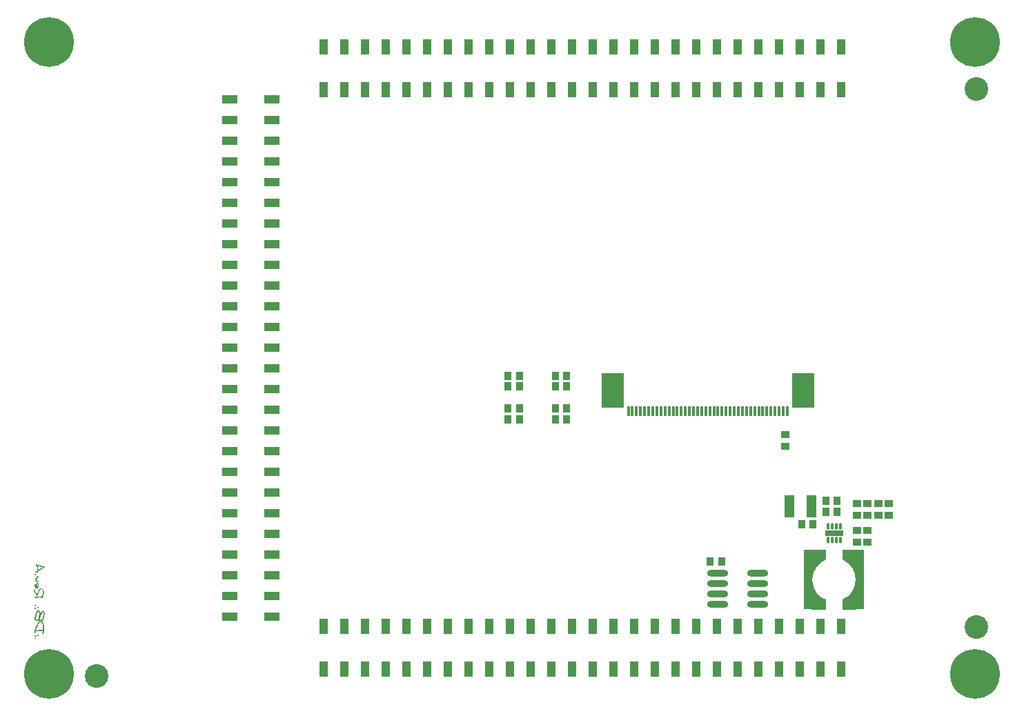
<source format=gbs>
G04 Layer_Color=16711935*
%FSLAX44Y44*%
%MOMM*%
G71*
G01*
G75*
%ADD34C,2.9000*%
%ADD35C,6.1000*%
%ADD36R,1.0000X0.9000*%
%ADD37R,0.9000X1.0000*%
%ADD38R,1.2000X2.7000*%
G04:AMPARAMS|DCode=39|XSize=0.35mm|YSize=0.8mm|CornerRadius=0.1125mm|HoleSize=0mm|Usage=FLASHONLY|Rotation=180.000|XOffset=0mm|YOffset=0mm|HoleType=Round|Shape=RoundedRectangle|*
%AMROUNDEDRECTD39*
21,1,0.3500,0.5750,0,0,180.0*
21,1,0.1250,0.8000,0,0,180.0*
1,1,0.2250,-0.0625,0.2875*
1,1,0.2250,0.0625,0.2875*
1,1,0.2250,0.0625,-0.2875*
1,1,0.2250,-0.0625,-0.2875*
%
%ADD39ROUNDEDRECTD39*%
%ADD40R,2.2500X0.6600*%
%ADD41R,1.0500X7.4000*%
%ADD42O,2.6000X0.8000*%
%ADD43R,0.4000X1.3000*%
%ADD44R,1.1160X1.9034*%
%ADD45R,1.1000X1.9000*%
%ADD46R,1.9034X1.1160*%
%ADD47R,1.9000X1.1000*%
%ADD48R,2.8000X4.2000*%
G36*
X18369Y110656D02*
X18577Y110628D01*
X18660Y110614D01*
X18729Y110600D01*
X18771Y110586D01*
X18785D01*
X18896Y110559D01*
X18993Y110517D01*
X19215Y110392D01*
X19409Y110253D01*
X19603Y110101D01*
X19769Y109948D01*
X19894Y109824D01*
X19977Y109726D01*
X19991Y109713D01*
X20005Y109699D01*
X20227Y109421D01*
X20407Y109172D01*
X20546Y108936D01*
X20643Y108728D01*
X20698Y108575D01*
X20740Y108451D01*
X20768Y108367D01*
Y108354D01*
Y108340D01*
X20823Y108243D01*
X20837Y108159D01*
X20851Y108104D01*
Y108090D01*
Y108034D01*
X20837Y108021D01*
Y108007D01*
X20809Y107979D01*
X20796Y107951D01*
Y107937D01*
Y107924D01*
X20809Y107910D01*
X20837Y107882D01*
X20893Y107799D01*
X20934Y107716D01*
X20948Y107688D01*
Y107674D01*
X20962Y107646D01*
X20976Y107577D01*
X20990Y107480D01*
X21004Y107369D01*
X21017Y107272D01*
X21031Y107175D01*
X21045Y107119D01*
Y107092D01*
X21073Y106980D01*
X21101Y106897D01*
X21128Y106842D01*
X21156Y106800D01*
X21184Y106772D01*
X21212Y106759D01*
X21226D01*
X21420Y107078D01*
X21600Y107355D01*
X21766Y107605D01*
X21905Y107840D01*
X22044Y108034D01*
X22169Y108215D01*
X22266Y108367D01*
X22363Y108492D01*
X22446Y108603D01*
X22501Y108700D01*
X22557Y108770D01*
X22612Y108825D01*
X22640Y108867D01*
X22668Y108894D01*
X22682Y108922D01*
X22834Y109088D01*
X23001Y109241D01*
X23153Y109366D01*
X23306Y109477D01*
X23458Y109574D01*
X23611Y109643D01*
X23749Y109713D01*
X23874Y109754D01*
X24096Y109824D01*
X24193Y109851D01*
X24276Y109865D01*
X24346Y109879D01*
X24429D01*
X24554Y109865D01*
X24706Y109810D01*
X24873Y109726D01*
X25053Y109643D01*
X25206Y109546D01*
X25331Y109477D01*
X25386Y109435D01*
X25428Y109421D01*
X25442Y109394D01*
X25455D01*
X25580Y109172D01*
X25705Y108950D01*
X25802Y108742D01*
X25885Y108548D01*
X26010Y108187D01*
X26065Y108034D01*
X26093Y107896D01*
X26135Y107771D01*
X26149Y107646D01*
X26163Y107549D01*
X26177Y107480D01*
X26190Y107410D01*
Y107369D01*
Y107341D01*
Y107327D01*
Y107313D01*
X26204Y107272D01*
X26218Y107175D01*
X26232Y107092D01*
Y107064D01*
Y107050D01*
X26246Y106967D01*
X26260Y106911D01*
X26274Y106870D01*
X26287Y106842D01*
Y106800D01*
X26274Y106315D01*
X26246Y105816D01*
X26204Y105316D01*
X26135Y104803D01*
X26065Y104290D01*
X25982Y103791D01*
X25899Y103319D01*
X25816Y102862D01*
X25719Y102432D01*
X25636Y102043D01*
X25552Y101697D01*
X25483Y101392D01*
X25442Y101267D01*
X25414Y101142D01*
X25400Y101045D01*
X25372Y100962D01*
X25358Y100892D01*
X25344Y100851D01*
X25331Y100823D01*
Y100809D01*
X25317Y100629D01*
X25303Y100490D01*
X25289Y100435D01*
Y100393D01*
Y100379D01*
Y100365D01*
X25136Y99922D01*
X24998Y99519D01*
X24859Y99145D01*
X24734Y98798D01*
X24609Y98479D01*
X24485Y98188D01*
X24374Y97938D01*
X24276Y97703D01*
X24193Y97508D01*
X24110Y97342D01*
X24041Y97189D01*
X23985Y97079D01*
X23930Y96981D01*
X23902Y96926D01*
X23888Y96884D01*
X23874Y96870D01*
X23805Y96787D01*
X23722Y96732D01*
X23625Y96676D01*
X23528Y96649D01*
X23431Y96635D01*
X23347Y96621D01*
X23278D01*
X23139Y96635D01*
X23028Y96649D01*
X22931Y96690D01*
X22834Y96746D01*
X22696Y96870D01*
X22612Y97023D01*
X22557Y97162D01*
X22529Y97287D01*
X22515Y97342D01*
Y97384D01*
Y97397D01*
Y97411D01*
X22529Y97633D01*
X22543Y97730D01*
X22557Y97814D01*
Y97869D01*
X22571Y97924D01*
X22585Y97952D01*
Y97966D01*
X22446Y98035D01*
X22321Y98077D01*
X22266Y98091D01*
X22113D01*
X22044Y98077D01*
X21960Y98063D01*
X21766Y98049D01*
X21572Y98021D01*
X21364Y97994D01*
X21198Y97980D01*
X21128Y97966D01*
X21073Y97952D01*
X21031D01*
X20837Y97924D01*
X20657Y97897D01*
X20490Y97869D01*
X20352Y97855D01*
X20227Y97827D01*
X20102Y97814D01*
X20005Y97800D01*
X19922Y97786D01*
X19783Y97758D01*
X19700Y97744D01*
X19645Y97730D01*
X19631D01*
X19533Y97758D01*
X19464Y97772D01*
X19409D01*
X19034Y97716D01*
X18701Y97689D01*
X18424Y97661D01*
X18188Y97633D01*
X17994D01*
X17855Y97619D01*
X17717D01*
X17689Y97633D01*
X17578Y97647D01*
X17523D01*
X17467Y97661D01*
X17426D01*
X17328Y97675D01*
X17259Y97689D01*
X17204D01*
X17162Y97703D01*
X17106D01*
X16621Y97716D01*
X16413Y97730D01*
X16205Y97744D01*
X16011Y97758D01*
X15831Y97772D01*
X15664Y97800D01*
X15512Y97814D01*
X15387Y97841D01*
X15262Y97855D01*
X15165Y97869D01*
X15082Y97897D01*
X15012Y97911D01*
X14971D01*
X14943Y97924D01*
X14929D01*
X14804Y97938D01*
X14693Y97952D01*
X14596D01*
X14513Y97966D01*
X14222D01*
X14180Y97952D01*
X14166D01*
X14069Y98008D01*
X13972Y98077D01*
X13903Y98160D01*
X13848Y98243D01*
X13806Y98313D01*
X13778Y98382D01*
X13750Y98424D01*
Y98438D01*
X13736Y98493D01*
X13709Y98576D01*
X13681Y98687D01*
X13639Y98812D01*
X13612Y98937D01*
X13584Y99048D01*
X13570Y99117D01*
X13556Y99145D01*
X14291Y102529D01*
X14347Y102515D01*
X14388Y102501D01*
X14416D01*
X14485Y102515D01*
X14541Y102543D01*
X14583Y102584D01*
X14610Y102640D01*
X14638Y102723D01*
Y102751D01*
Y102765D01*
Y102792D01*
X14624Y102834D01*
X14610Y102862D01*
X14596Y102875D01*
X14583Y102931D01*
X14569Y102973D01*
Y102986D01*
X14583Y103000D01*
X14596Y103042D01*
X14666Y103125D01*
X14721Y103208D01*
X14735Y103236D01*
X14749Y103250D01*
X14693Y103292D01*
X14652Y103333D01*
X14596Y103458D01*
X14583Y103513D01*
X14569Y103555D01*
Y103583D01*
Y103597D01*
Y103610D01*
X14583Y103652D01*
X14624Y103749D01*
X14666Y103846D01*
X14680Y103874D01*
Y103888D01*
X14721Y103985D01*
X14749Y104054D01*
X14777Y104096D01*
X14791Y104137D01*
X14804Y104179D01*
Y104207D01*
X14791Y104249D01*
X14777Y104290D01*
Y104304D01*
X14763Y104359D01*
X14749Y104401D01*
Y104415D01*
X14763Y104526D01*
X14818Y104664D01*
X14888Y104817D01*
X14957Y104984D01*
X15040Y105122D01*
X15096Y105261D01*
X15151Y105344D01*
X15165Y105358D01*
Y105372D01*
X15220Y105316D01*
X15262Y105261D01*
X15304Y105205D01*
X15331Y105178D01*
X15387Y105330D01*
X15415Y105469D01*
X15429Y105552D01*
Y105566D01*
Y105580D01*
Y105663D01*
X15415Y105732D01*
X15387Y105829D01*
X15345Y105885D01*
X15331Y105899D01*
X15207Y105774D01*
Y106356D01*
X15276Y106398D01*
X15331Y106440D01*
X15373Y106481D01*
X15401Y106509D01*
X15429Y106565D01*
Y106578D01*
Y106592D01*
X15415Y106606D01*
X15401Y106620D01*
Y106634D01*
X15373Y106703D01*
Y106731D01*
X15387Y106759D01*
X15401Y106786D01*
X15456Y106870D01*
X15512Y106925D01*
X15539Y106953D01*
X15706Y107119D01*
X15637Y107216D01*
X15609Y107272D01*
X15595Y107313D01*
Y107327D01*
X15609Y107424D01*
X15650Y107549D01*
X15706Y107702D01*
X15775Y107868D01*
X15858Y108062D01*
X15955Y108256D01*
X16177Y108659D01*
X16274Y108853D01*
X16385Y109033D01*
X16482Y109213D01*
X16566Y109366D01*
X16635Y109491D01*
X16690Y109588D01*
X16732Y109643D01*
X16746Y109671D01*
X16912Y109796D01*
X17037Y109893D01*
X17093Y109921D01*
X17134Y109948D01*
X17148Y109962D01*
X17162D01*
X17328Y110170D01*
X17398Y110253D01*
X17453Y110323D01*
X17495Y110378D01*
X17523Y110420D01*
X17550Y110434D01*
Y110448D01*
X17675Y110517D01*
X17786Y110572D01*
X17883Y110614D01*
X17980Y110642D01*
X18050Y110656D01*
X18105Y110669D01*
X18147D01*
X18369Y110656D01*
D02*
G37*
G36*
X15595Y90089D02*
X15567Y90033D01*
X15539Y89992D01*
X15512Y89964D01*
X15456Y89936D01*
X15429D01*
X15470Y90006D01*
X15498Y90061D01*
X15525Y90103D01*
X15539Y90130D01*
X15567Y90158D01*
X15595D01*
Y90089D01*
D02*
G37*
G36*
X14929Y113818D02*
X15123Y113776D01*
X15304Y113707D01*
X15442Y113637D01*
X15553Y113568D01*
X15637Y113499D01*
X15692Y113457D01*
X15706Y113443D01*
Y113402D01*
Y113360D01*
X15720Y113235D01*
X15747Y113083D01*
X15761Y112916D01*
X15789Y112764D01*
X15803Y112639D01*
Y112583D01*
X15817Y112542D01*
Y112528D01*
Y112514D01*
X15803Y112431D01*
X15761Y112361D01*
X15706Y112292D01*
X15637Y112237D01*
X15567Y112181D01*
X15512Y112140D01*
X15470Y112126D01*
X15456Y112112D01*
X15359Y112056D01*
X15262Y112015D01*
X15193Y111987D01*
X15137Y111973D01*
X15054Y111945D01*
X15026D01*
X14915Y111959D01*
X14791Y111973D01*
X14680Y112001D01*
X14583Y112029D01*
X14485Y112056D01*
X14416Y112084D01*
X14375Y112112D01*
X14361D01*
X14347Y112126D01*
X14319Y112167D01*
X14263Y112250D01*
X14194Y112334D01*
X14180Y112348D01*
X14166Y112361D01*
X14111Y112431D01*
X14069Y112500D01*
X14028Y112583D01*
X14000Y112625D01*
Y112639D01*
X14014Y112819D01*
X14056Y113013D01*
X14111Y113194D01*
X14180Y113388D01*
X14236Y113540D01*
X14291Y113679D01*
X14333Y113762D01*
X14347Y113776D01*
Y113790D01*
X14471Y113818D01*
X14583Y113832D01*
X14693D01*
X14929Y113818D01*
D02*
G37*
G36*
X18521Y80367D02*
X18618Y80339D01*
X18715Y80284D01*
X18785Y80228D01*
X18854Y80173D01*
X18896Y80117D01*
X18923Y80090D01*
X18937Y80076D01*
X19020Y79965D01*
X19076Y79840D01*
X19131Y79729D01*
X19159Y79618D01*
X19173Y79521D01*
X19187Y79452D01*
Y79396D01*
Y79382D01*
X19173Y79271D01*
X19159Y79160D01*
X19131Y79077D01*
X19117Y79050D01*
Y79036D01*
X19062Y78925D01*
X19034Y78855D01*
X19020Y78814D01*
Y78800D01*
X18979D01*
X18909Y78786D01*
X18840Y78772D01*
X18826Y78758D01*
X18812D01*
X18743Y78745D01*
X18701Y78731D01*
X18632Y78717D01*
X18591D01*
X18466Y78731D01*
X18355Y78758D01*
X18230Y78814D01*
X18119Y78869D01*
X18036Y78925D01*
X17966Y78980D01*
X17911Y79008D01*
X17897Y79022D01*
X17772Y79133D01*
X17689Y79244D01*
X17620Y79341D01*
X17578Y79438D01*
X17550Y79507D01*
X17536Y79563D01*
Y79604D01*
Y79618D01*
X17550Y79757D01*
X17578Y79868D01*
X17620Y79979D01*
X17675Y80062D01*
X17814Y80201D01*
X17980Y80284D01*
X18147Y80339D01*
X18285Y80367D01*
X18341Y80381D01*
X18424D01*
X18521Y80367D01*
D02*
G37*
G36*
X16774Y92973D02*
X16815Y92918D01*
X16843Y92876D01*
X16857Y92863D01*
X16580Y92003D01*
X16510Y91795D01*
X16427Y91642D01*
X16330Y91517D01*
X16247Y91420D01*
X16177Y91365D01*
X16108Y91323D01*
X16066Y91295D01*
X16053D01*
X16136Y91545D01*
X16205Y91739D01*
X16274Y91906D01*
X16330Y92030D01*
X16372Y92128D01*
X16399Y92197D01*
X16427Y92225D01*
Y92238D01*
X16441Y92141D01*
X16455Y92072D01*
X16469Y92044D01*
Y92030D01*
X16482Y92058D01*
X16496Y92114D01*
X16510Y92238D01*
Y92294D01*
Y92349D01*
Y92391D01*
Y92405D01*
Y92433D01*
X16524Y92474D01*
X16580Y92585D01*
X16621Y92682D01*
X16635Y92710D01*
Y92724D01*
X16677Y92821D01*
X16704Y92904D01*
X16732Y92960D01*
X16746Y92987D01*
X16760Y93015D01*
Y93029D01*
X16774Y92973D01*
D02*
G37*
G36*
X16053Y90727D02*
X15817D01*
X15858Y90852D01*
X15900Y90949D01*
X15928Y91004D01*
X15955Y91060D01*
X15969Y91087D01*
X15983Y91101D01*
X15997D01*
X16053Y90727D01*
D02*
G37*
G36*
X21350Y97203D02*
X21447Y97189D01*
X21572Y97162D01*
X21683Y97120D01*
X21808Y97079D01*
X21891Y97051D01*
X21960Y97037D01*
X21988Y97023D01*
X22141Y96967D01*
X22266Y96912D01*
X22363Y96870D01*
X22446Y96829D01*
X22515Y96801D01*
X22557Y96773D01*
X22585Y96760D01*
X22598D01*
X22751Y96690D01*
X22917Y96593D01*
X23070Y96468D01*
X23222Y96343D01*
X23514Y96066D01*
X23777Y95775D01*
X23999Y95498D01*
X24096Y95387D01*
X24166Y95276D01*
X24235Y95178D01*
X24276Y95109D01*
X24304Y95068D01*
X24318Y95054D01*
X24471Y94818D01*
X24595Y94582D01*
X24831Y94124D01*
X25011Y93722D01*
X25081Y93528D01*
X25150Y93362D01*
X25192Y93195D01*
X25233Y93057D01*
X25275Y92932D01*
X25303Y92821D01*
X25317Y92738D01*
X25331Y92682D01*
X25344Y92641D01*
Y92627D01*
X25414Y92197D01*
X25442Y91989D01*
X25469Y91809D01*
X25483Y91642D01*
Y91531D01*
X25497Y91448D01*
Y91434D01*
Y91420D01*
X25511Y91379D01*
X25525Y91309D01*
X25538Y91226D01*
X25552Y91143D01*
X25580Y91060D01*
X25594Y90990D01*
X25608Y90935D01*
Y90921D01*
X25649Y90782D01*
X25677Y90671D01*
X25691Y90602D01*
X25705Y90547D01*
X25719Y90519D01*
Y90505D01*
Y90491D01*
Y85485D01*
Y85346D01*
X25705Y85179D01*
X25649Y84819D01*
X25580Y84444D01*
X25511Y84070D01*
X25469Y83890D01*
X25428Y83723D01*
X25386Y83571D01*
X25358Y83446D01*
X25331Y83335D01*
X25303Y83252D01*
X25289Y83196D01*
Y83182D01*
X25233Y82974D01*
X25178Y82794D01*
X25122Y82628D01*
X25081Y82475D01*
X25039Y82350D01*
X24998Y82225D01*
X24970Y82128D01*
X24942Y82059D01*
X24901Y81934D01*
X24873Y81851D01*
X24845Y81809D01*
Y81796D01*
X24720Y81601D01*
X24609Y81463D01*
X24485Y81366D01*
X24388Y81296D01*
X24290Y81255D01*
X24221Y81241D01*
X24179Y81227D01*
X24166D01*
X24124Y81241D01*
X24069Y81269D01*
X23944Y81352D01*
X23888Y81393D01*
X23847Y81435D01*
X23819Y81463D01*
X23805Y81476D01*
X23694Y81574D01*
X23625Y81671D01*
X23569Y81754D01*
X23528Y81823D01*
X23500Y81879D01*
X23486Y81920D01*
Y81934D01*
Y81948D01*
X23833Y83474D01*
X23888Y83737D01*
X23944Y83973D01*
X23985Y84181D01*
X24027Y84347D01*
X24055Y84500D01*
X24082Y84625D01*
X24110Y84722D01*
X24124Y84805D01*
X24138Y84874D01*
X24152Y84930D01*
X24166Y84985D01*
Y85013D01*
X24138Y85138D01*
X24096Y85249D01*
X24055Y85332D01*
X24027Y85346D01*
Y85360D01*
X23971Y85263D01*
X23944Y85179D01*
X23916Y85124D01*
Y85110D01*
X23736Y85069D01*
X23569Y85027D01*
X23431Y84985D01*
X23306Y84958D01*
X23209Y84930D01*
X23112Y84916D01*
X23042Y84888D01*
X22987Y84874D01*
X22903Y84860D01*
X22862Y84847D01*
X22834D01*
X22765Y84833D01*
X22709Y84819D01*
X22668D01*
X22598Y84833D01*
X22543Y84847D01*
X22501Y84860D01*
X22487D01*
X22390Y84805D01*
X22321Y84763D01*
X22266Y84749D01*
X22141D01*
X22016Y84736D01*
X21877Y84722D01*
X21725D01*
X21378Y84680D01*
X21031Y84652D01*
X20712Y84625D01*
X20560Y84611D01*
X20435Y84597D01*
X20338Y84583D01*
X20255D01*
X20199Y84569D01*
X20185D01*
X19963Y84542D01*
X19769Y84528D01*
X19603Y84500D01*
X19450Y84486D01*
X19325Y84472D01*
X19215Y84458D01*
X19131Y84444D01*
X19062D01*
X19007Y84431D01*
X18951D01*
X18896Y84417D01*
X18743D01*
X18591Y84431D01*
X18396Y84444D01*
X18161Y84472D01*
X17897Y84500D01*
X17620Y84528D01*
X17051Y84597D01*
X16760Y84625D01*
X16496Y84652D01*
X16247Y84680D01*
X16025Y84708D01*
X15831Y84736D01*
X15692Y84749D01*
X15637D01*
X15595Y84763D01*
X15567D01*
X15512Y84639D01*
X15470Y84500D01*
X15429Y84347D01*
X15401Y84209D01*
X15373Y84098D01*
X15345Y83987D01*
X15331Y83931D01*
Y83904D01*
X15304Y83751D01*
X15276Y83584D01*
X15248Y83404D01*
X15234Y83238D01*
X15207Y83085D01*
X15193Y82961D01*
X15179Y82877D01*
Y82863D01*
Y82850D01*
X15123Y82739D01*
X15096Y82655D01*
X15082Y82586D01*
Y82572D01*
X15096Y82517D01*
X15109Y82503D01*
Y82489D01*
X15137Y82434D01*
Y82406D01*
X15082Y82295D01*
X15040Y82198D01*
X14943Y82031D01*
X14846Y81920D01*
X14749Y81851D01*
X14680Y81796D01*
X14624Y81782D01*
X14583Y81768D01*
X14569D01*
X14361Y81796D01*
X14291Y81809D01*
X14222Y81837D01*
X14166Y81865D01*
X14125Y81879D01*
X14111Y81906D01*
X14097D01*
X14042Y81962D01*
X13972Y82045D01*
X13861Y82212D01*
X13820Y82295D01*
X13778Y82364D01*
X13764Y82406D01*
X13750Y82420D01*
X13681Y82558D01*
X13639Y82669D01*
X13598Y82766D01*
X13584Y82836D01*
X13570Y82891D01*
X13556Y82947D01*
Y82961D01*
Y82974D01*
X13570Y83182D01*
X13584Y83418D01*
X13612Y83668D01*
X13653Y83945D01*
X13750Y84500D01*
X13875Y85041D01*
X13931Y85304D01*
X13986Y85540D01*
X14042Y85748D01*
X14083Y85942D01*
X14125Y86095D01*
X14153Y86220D01*
X14180Y86289D01*
Y86317D01*
X14263Y86580D01*
X14347Y86844D01*
X14430Y87093D01*
X14499Y87315D01*
X14569Y87509D01*
X14624Y87648D01*
X14638Y87704D01*
X14652Y87745D01*
X14666Y87759D01*
Y87773D01*
X14680Y87870D01*
Y87953D01*
X14693Y88078D01*
Y88147D01*
Y88175D01*
X14860Y88563D01*
X14999Y88910D01*
X15123Y89187D01*
X15220Y89423D01*
X15304Y89603D01*
X15359Y89742D01*
X15387Y89811D01*
X15401Y89839D01*
X15429Y89756D01*
X15442Y89673D01*
Y89617D01*
Y89603D01*
Y89562D01*
X15429Y89506D01*
X15415Y89437D01*
X15387Y89354D01*
X15373Y89271D01*
X15345Y89215D01*
X15331Y89160D01*
Y89146D01*
X15290Y89007D01*
X15248Y88910D01*
X15220Y88827D01*
X15207Y88771D01*
Y88744D01*
X15193Y88716D01*
Y88702D01*
X15207Y88619D01*
X15248Y88536D01*
X15276Y88480D01*
X15290Y88466D01*
X15359Y88536D01*
X15429Y88605D01*
X15553Y88785D01*
X15664Y88993D01*
X15775Y89201D01*
X15858Y89395D01*
X15914Y89548D01*
X15942Y89617D01*
X15955Y89659D01*
X15969Y89687D01*
Y89700D01*
X16524Y91365D01*
X16580Y91448D01*
X16621Y91503D01*
X16635Y91531D01*
Y91545D01*
X16621Y91587D01*
X16607Y91614D01*
X16580Y91670D01*
Y91684D01*
X17897Y94166D01*
Y94222D01*
X17883Y94263D01*
X17869Y94291D01*
X17689D01*
X17634Y94208D01*
X17592Y94152D01*
X17578Y94111D01*
Y94097D01*
X17509Y94152D01*
X17467Y94180D01*
X17439Y94208D01*
X17426D01*
X17453Y94305D01*
X17509Y94402D01*
X17578Y94499D01*
X17661Y94582D01*
X17744Y94638D01*
X17814Y94693D01*
X17869Y94721D01*
X17883Y94735D01*
X17855Y94693D01*
X17842Y94638D01*
X17828Y94582D01*
Y94568D01*
X17842Y94485D01*
X17869Y94430D01*
X17897Y94388D01*
X17911Y94374D01*
X18050Y94527D01*
X18161Y94651D01*
X18258Y94749D01*
X18327Y94846D01*
X18382Y94915D01*
X18438Y94957D01*
X18452Y94984D01*
X18466Y94998D01*
Y95178D01*
X18396Y95234D01*
X18341Y95262D01*
X18258Y95331D01*
X18230Y95359D01*
X18216Y95373D01*
X18230D01*
X18327Y95470D01*
X18396Y95553D01*
X18452Y95608D01*
X18507Y95636D01*
X18535Y95664D01*
X18549Y95678D01*
X18563D01*
X18604Y95595D01*
X18632Y95539D01*
X18660Y95498D01*
Y95484D01*
X18785Y95650D01*
X18882Y95789D01*
X18923Y95844D01*
X18951Y95886D01*
X18965Y95900D01*
Y95913D01*
X18896Y95997D01*
X18840Y96038D01*
X18812Y96052D01*
X18799D01*
X18840Y96066D01*
X18896Y96122D01*
X18923Y96163D01*
X18937Y96177D01*
X19034Y96371D01*
X19131Y96482D01*
X19228Y96579D01*
X19409Y96718D01*
X19589Y96829D01*
X19741Y96912D01*
X19866Y96954D01*
X19977Y96967D01*
X20033Y96981D01*
X20061D01*
X20116Y96967D01*
X20144Y96954D01*
X20213Y97023D01*
X20268Y97079D01*
X20296Y97092D01*
X20310Y97106D01*
X20490Y97120D01*
X20643Y97134D01*
X20782Y97148D01*
X20893Y97162D01*
X20990Y97176D01*
X21073Y97189D01*
X21142D01*
X21198Y97203D01*
X21267D01*
X21298Y97214D01*
X21350Y97203D01*
D02*
G37*
G36*
X17132Y93609D02*
X17093Y93570D01*
X17065Y93500D01*
X17023Y93431D01*
X16996Y93362D01*
X16968Y93292D01*
X16954Y93251D01*
X16940Y93237D01*
Y93528D01*
X16954Y93500D01*
X16968Y93487D01*
X16982Y93473D01*
X17051Y93556D01*
X17079Y93597D01*
X17093Y93625D01*
Y93639D01*
X17132Y93609D01*
D02*
G37*
G36*
X18521Y114317D02*
X18618Y114289D01*
X18715Y114234D01*
X18785Y114178D01*
X18854Y114123D01*
X18896Y114067D01*
X18923Y114039D01*
X18937Y114026D01*
X19020Y113915D01*
X19076Y113790D01*
X19131Y113679D01*
X19159Y113568D01*
X19173Y113471D01*
X19187Y113402D01*
Y113346D01*
Y113332D01*
X19173Y113221D01*
X19159Y113110D01*
X19131Y113027D01*
X19117Y112999D01*
Y112985D01*
X19062Y112875D01*
X19034Y112805D01*
X19020Y112764D01*
Y112750D01*
X18979D01*
X18909Y112736D01*
X18840Y112722D01*
X18826Y112708D01*
X18812D01*
X18743Y112694D01*
X18701Y112680D01*
X18632Y112667D01*
X18591D01*
X18466Y112680D01*
X18355Y112708D01*
X18230Y112764D01*
X18119Y112819D01*
X18036Y112875D01*
X17966Y112930D01*
X17911Y112958D01*
X17897Y112972D01*
X17772Y113083D01*
X17689Y113194D01*
X17620Y113291D01*
X17578Y113388D01*
X17550Y113457D01*
X17536Y113512D01*
Y113554D01*
Y113568D01*
X17550Y113707D01*
X17578Y113818D01*
X17620Y113929D01*
X17675Y114012D01*
X17814Y114150D01*
X17980Y114234D01*
X18147Y114289D01*
X18285Y114317D01*
X18341Y114331D01*
X18424D01*
X18521Y114317D01*
D02*
G37*
G36*
X17606Y143968D02*
X17675D01*
X17744Y143954D01*
X17800Y143940D01*
X17842D01*
X17855Y143926D01*
X17869D01*
X18063Y143773D01*
X18244Y143635D01*
X18396Y143496D01*
X18535Y143371D01*
X18646Y143274D01*
X18715Y143191D01*
X18771Y143135D01*
X18785Y143122D01*
X18951Y142900D01*
X19062Y142650D01*
X19145Y142387D01*
X19215Y142137D01*
X19242Y141901D01*
X19256Y141804D01*
Y141721D01*
X19270Y141638D01*
Y141582D01*
Y141554D01*
Y141541D01*
X19242Y140958D01*
X19187Y140431D01*
X19076Y139946D01*
X18951Y139502D01*
X18785Y139114D01*
X18618Y138767D01*
X18424Y138462D01*
X18230Y138184D01*
X18036Y137949D01*
X17842Y137754D01*
X17675Y137602D01*
X17509Y137477D01*
X17384Y137380D01*
X17273Y137311D01*
X17218Y137269D01*
X17190Y137255D01*
X17079Y137200D01*
X16940Y137172D01*
X16649Y137117D01*
X16524D01*
X16413Y137103D01*
X16316D01*
X16136Y137130D01*
X15942Y137186D01*
X15761Y137255D01*
X15595Y137352D01*
X15456Y137436D01*
X15345Y137519D01*
X15276Y137574D01*
X15248Y137588D01*
X15040Y137782D01*
X14874Y137976D01*
X14735Y138157D01*
X14624Y138337D01*
X14541Y138476D01*
X14485Y138601D01*
X14458Y138670D01*
X14444Y138698D01*
X14361Y138864D01*
X14277Y139003D01*
X14222Y139114D01*
X14180Y139197D01*
X14153Y139252D01*
X14139Y139280D01*
X14125Y139308D01*
X14042Y139502D01*
X13986Y139655D01*
X13944Y139793D01*
X13917Y139890D01*
X13903Y139973D01*
X13889Y140029D01*
Y140057D01*
Y140070D01*
X13834Y140819D01*
Y140944D01*
X13820Y141055D01*
X13806Y141222D01*
Y141346D01*
X13792Y141444D01*
Y141499D01*
Y141527D01*
Y141554D01*
X13806Y141610D01*
X13820Y141693D01*
Y141790D01*
X13834Y141873D01*
X13848Y141957D01*
Y142012D01*
Y142040D01*
X13931Y142123D01*
X14000Y142192D01*
X14042Y142248D01*
X14083Y142289D01*
X14111Y142317D01*
X14125Y142331D01*
X14222Y142511D01*
X14305Y142650D01*
X14361Y142747D01*
X14416Y142803D01*
X14444Y142844D01*
X14471Y142858D01*
X14485Y142872D01*
X14541Y142858D01*
X14596Y142830D01*
X14652Y142789D01*
X14693Y142733D01*
X14777Y142595D01*
X14832Y142428D01*
X14874Y142262D01*
X14901Y142123D01*
X14915Y142068D01*
X14929Y142026D01*
Y141998D01*
Y141984D01*
X14943Y141804D01*
X14971Y141624D01*
X14985Y141471D01*
X14999Y141333D01*
Y141208D01*
X15012Y141124D01*
Y141069D01*
Y141055D01*
X15082Y140792D01*
X15165Y140556D01*
X15220Y140362D01*
X15290Y140195D01*
X15345Y140043D01*
X15387Y139918D01*
X15429Y139821D01*
X15470Y139752D01*
X15512Y139682D01*
X15539Y139641D01*
X15581Y139585D01*
X15609Y139557D01*
X15623D01*
X15650Y139585D01*
X15678Y139613D01*
X15720Y139655D01*
X15734Y139668D01*
Y139779D01*
X15720Y139862D01*
X15706Y139932D01*
Y139973D01*
X15692Y140015D01*
X15678Y140043D01*
X15664Y140057D01*
X15692Y140168D01*
X15706Y140279D01*
X15747Y140445D01*
X15775Y140556D01*
X15789Y140639D01*
X15803Y140695D01*
X15817Y140709D01*
X15997Y141984D01*
X16025Y142220D01*
X16053Y142428D01*
X16080Y142622D01*
X16094Y142789D01*
X16108Y142941D01*
X16122Y143080D01*
X16136Y143205D01*
X16150Y143302D01*
Y143399D01*
Y143468D01*
X16164Y143579D01*
Y143649D01*
Y143663D01*
X16233Y143746D01*
X16344Y143815D01*
X16482Y143870D01*
X16621Y143912D01*
X16760Y143940D01*
X16871Y143954D01*
X16954Y143968D01*
X16982D01*
X17148Y143981D01*
X17398D01*
X17606Y143968D01*
D02*
G37*
G36*
X16524Y166975D02*
X16593Y166947D01*
X16774Y166864D01*
X16857Y166823D01*
X16926Y166781D01*
X16968Y166753D01*
X16982Y166740D01*
X17120Y166656D01*
X17245Y166587D01*
X17342Y166518D01*
X17412Y166476D01*
X17467Y166434D01*
X17495Y166407D01*
X17523Y166393D01*
X17814Y166268D01*
X18105Y166157D01*
X18355Y166046D01*
X18604Y165963D01*
X18840Y165880D01*
X19048Y165796D01*
X19228Y165741D01*
X19409Y165686D01*
X19561Y165630D01*
X19700Y165588D01*
X19811Y165561D01*
X19908Y165533D01*
X19977Y165519D01*
X20033Y165505D01*
X20061Y165491D01*
X20074D01*
X20518Y165394D01*
X20962Y165311D01*
X21406Y165228D01*
X21808Y165145D01*
X21988Y165117D01*
X22155Y165089D01*
X22307Y165061D01*
X22432Y165047D01*
X22543Y165034D01*
X22612Y165020D01*
X22668Y165006D01*
X22682D01*
X22973Y164923D01*
X23264Y164839D01*
X23528Y164756D01*
X23763Y164687D01*
X23958Y164632D01*
X24110Y164576D01*
X24166Y164562D01*
X24207Y164548D01*
X24221Y164534D01*
X24235D01*
X24429Y164465D01*
X24595Y164410D01*
X24748Y164368D01*
X24873Y164326D01*
X24984Y164285D01*
X25081Y164257D01*
X25150Y164243D01*
X25206Y164215D01*
X25289Y164188D01*
X25331Y164174D01*
X25344D01*
X25538Y164104D01*
X25705Y164035D01*
X25858Y163952D01*
X25982Y163869D01*
X26079Y163785D01*
X26177Y163702D01*
X26246Y163619D01*
X26301Y163550D01*
X26384Y163411D01*
X26426Y163286D01*
X26440Y163217D01*
Y163203D01*
X26426Y163189D01*
Y163175D01*
X26398Y163106D01*
X26371Y163037D01*
X26357Y163023D01*
Y163009D01*
X25677Y162510D01*
X25538Y162482D01*
X25428Y162468D01*
X25344D01*
X23763Y161525D01*
X23611Y161483D01*
X23486Y161456D01*
X23417Y161428D01*
X23389D01*
X23001Y161178D01*
X22626Y160942D01*
X22280Y160721D01*
X21947Y160513D01*
X21655Y160332D01*
X21378Y160152D01*
X21128Y159999D01*
X20907Y159861D01*
X20698Y159736D01*
X20518Y159625D01*
X20380Y159542D01*
X20255Y159472D01*
X20158Y159403D01*
X20088Y159361D01*
X20047Y159348D01*
X20033Y159334D01*
X19922Y159237D01*
X19811Y159140D01*
X19728Y159056D01*
X19672Y159001D01*
X19617Y158945D01*
X19575Y158904D01*
X19561Y158890D01*
X19547Y158876D01*
X19381Y158779D01*
X19242Y158696D01*
X19117Y158613D01*
X19007Y158557D01*
X18909Y158502D01*
X18840Y158446D01*
X18715Y158377D01*
X18646Y158335D01*
X18604Y158308D01*
X18591Y158294D01*
X18507Y158224D01*
X18438Y158127D01*
X18369Y158030D01*
X18299Y157919D01*
X18244Y157808D01*
X18202Y157725D01*
X18174Y157669D01*
X18161Y157642D01*
X18063Y157448D01*
X17994Y157267D01*
X17953Y157198D01*
X17939Y157142D01*
X17911Y157115D01*
Y157101D01*
X17869Y157045D01*
X17814Y157018D01*
X17717Y156962D01*
X17634Y156948D01*
X17592D01*
X17523Y156962D01*
X17481D01*
X17315Y156990D01*
X17204Y157018D01*
X17120Y157032D01*
X17051Y157045D01*
X17023Y157059D01*
X17010Y157073D01*
X16968D01*
X16954Y157059D01*
X16801Y156976D01*
X16649Y156879D01*
X16510Y156782D01*
X16372Y156699D01*
X16261Y156615D01*
X16177Y156546D01*
X16122Y156505D01*
X16108Y156491D01*
X15900Y156310D01*
X15720Y156144D01*
X15637Y156075D01*
X15581Y156019D01*
X15553Y155991D01*
X15539Y155978D01*
X15484Y155950D01*
X15401Y155936D01*
X15207Y155908D01*
X15109Y155894D01*
X14957D01*
X14846Y155908D01*
X14749Y155936D01*
X14666Y155978D01*
X14583Y156033D01*
X14527Y156088D01*
X14485Y156130D01*
X14458Y156158D01*
X14444Y156172D01*
X14333Y156352D01*
X14222Y156505D01*
X14180Y156574D01*
X14153Y156629D01*
X14139Y156657D01*
X14125Y156671D01*
X14291Y156865D01*
X14444Y157032D01*
X14555Y157170D01*
X14666Y157295D01*
X14749Y157392D01*
X14804Y157462D01*
X14832Y157503D01*
X14846Y157517D01*
X15054Y157642D01*
X15123Y157683D01*
X15193Y157725D01*
X15248Y157753D01*
X15290Y157767D01*
X15304Y157781D01*
X15317D01*
X15470Y157822D01*
X15595Y157850D01*
X15664Y157878D01*
X15692D01*
X15845Y157989D01*
X15969Y158099D01*
X16080Y158183D01*
X16164Y158266D01*
X16233Y158321D01*
X16288Y158363D01*
X16316Y158391D01*
X16330Y158405D01*
X16510Y158502D01*
X16663Y158585D01*
X16801Y158682D01*
X16926Y158779D01*
X17023Y158876D01*
X17106Y158959D01*
X17176Y159043D01*
X17231Y159126D01*
X17315Y159278D01*
X17356Y159389D01*
X17384Y159459D01*
Y159486D01*
X17273Y159625D01*
X17342Y159722D01*
X17370Y159791D01*
X17384Y159847D01*
Y159875D01*
Y160110D01*
X17370Y160360D01*
X17328Y160873D01*
X17259Y161414D01*
X17218Y161677D01*
X17190Y161927D01*
X17148Y162163D01*
X17106Y162385D01*
X17079Y162579D01*
X17051Y162745D01*
X17023Y162884D01*
X16996Y162995D01*
X16982Y163050D01*
Y163078D01*
X16912Y163397D01*
X16829Y163716D01*
X16746Y164007D01*
X16663Y164257D01*
X16580Y164479D01*
X16538Y164562D01*
X16510Y164645D01*
X16496Y164701D01*
X16469Y164742D01*
X16455Y164770D01*
Y164784D01*
X16427Y164839D01*
X16399Y164909D01*
X16288Y165089D01*
X16233Y165172D01*
X16177Y165242D01*
X16150Y165297D01*
X16136Y165311D01*
X16053Y165436D01*
X15997Y165533D01*
X15942Y165616D01*
X15914Y165672D01*
X15900Y165699D01*
X15886Y165727D01*
Y165741D01*
Y166310D01*
Y166434D01*
X15914Y166531D01*
X15942Y166628D01*
X15969Y166698D01*
X16066Y166823D01*
X16177Y166906D01*
X16274Y166947D01*
X16372Y166975D01*
X16427Y166989D01*
X16455D01*
X16524Y166975D01*
D02*
G37*
G36*
X14693Y155256D02*
X14749Y155229D01*
X14818Y155201D01*
X14901Y155187D01*
X14971D01*
X15040Y155173D01*
X15096D01*
X15193Y155146D01*
X15304Y155090D01*
X15442Y154993D01*
X15581Y154896D01*
X15720Y154799D01*
X15831Y154702D01*
X15900Y154646D01*
X15928Y154619D01*
Y154050D01*
X15664Y153870D01*
X15429Y153731D01*
X15234Y153648D01*
X15068Y153578D01*
X14929Y153537D01*
X14846Y153523D01*
X14777Y153509D01*
X14763D01*
X14652Y153523D01*
X14569Y153551D01*
X14485Y153592D01*
X14416Y153662D01*
X14305Y153800D01*
X14236Y153981D01*
X14180Y154147D01*
X14166Y154299D01*
X14153Y154355D01*
Y154397D01*
Y154424D01*
Y154438D01*
X14180Y154632D01*
X14236Y154799D01*
X14319Y154937D01*
X14416Y155062D01*
X14499Y155159D01*
X14583Y155243D01*
X14638Y155284D01*
X14666Y155298D01*
X14693Y155256D01*
D02*
G37*
G36*
X18493Y152691D02*
X18577Y152663D01*
X18729Y152566D01*
X18785Y152510D01*
X18826Y152455D01*
X18854Y152427D01*
X18868Y152413D01*
X18757Y152039D01*
X18646Y151692D01*
X18549Y151387D01*
X18452Y151138D01*
X18382Y150943D01*
X18355Y150860D01*
X18327Y150791D01*
X18299Y150735D01*
X18285Y150694D01*
X18271Y150680D01*
Y150666D01*
X18161Y150513D01*
X18063Y150389D01*
X17994Y150292D01*
X17925Y150208D01*
X17869Y150139D01*
X17828Y150097D01*
X17814Y150084D01*
X17800Y150070D01*
X17620Y149792D01*
X17481Y149543D01*
X17342Y149335D01*
X17245Y149154D01*
X17162Y149002D01*
X17106Y148905D01*
X17079Y148849D01*
X17065Y148821D01*
X16996Y148738D01*
X16926Y148641D01*
X16843Y148516D01*
X16760Y148392D01*
X16690Y148281D01*
X16635Y148183D01*
X16593Y148114D01*
X16580Y148087D01*
X16469Y147892D01*
X16385Y147740D01*
X16330Y147629D01*
X16288Y147532D01*
X16261Y147476D01*
X16247Y147435D01*
Y147407D01*
X16261Y147379D01*
X16302Y147338D01*
X16385Y147268D01*
X16469Y147199D01*
X16580Y147116D01*
X16704Y147032D01*
X16968Y146838D01*
X17218Y146658D01*
X17342Y146575D01*
X17453Y146505D01*
X17550Y146436D01*
X17620Y146395D01*
X17661Y146367D01*
X17675Y146353D01*
X17925Y146187D01*
X18147Y146034D01*
X18341Y145909D01*
X18507Y145784D01*
X18646Y145687D01*
X18757Y145604D01*
X18854Y145535D01*
X18923Y145479D01*
X18979Y145438D01*
X19034Y145396D01*
X19076Y145354D01*
X19104Y145327D01*
X19090Y145271D01*
X19062Y145216D01*
X19020Y145160D01*
X18965Y145105D01*
X18826Y144994D01*
X18674Y144897D01*
X18507Y144813D01*
X18369Y144744D01*
X18313Y144716D01*
X18271Y144703D01*
X18244Y144689D01*
X18230D01*
X18147Y144703D01*
X18063Y144744D01*
X18008Y144786D01*
X17980Y144800D01*
X17911Y144855D01*
X17855Y144897D01*
X17828Y144911D01*
X17814Y144924D01*
X17315Y145133D01*
X16801Y145382D01*
X16302Y145618D01*
X16066Y145743D01*
X15831Y145868D01*
X15623Y145978D01*
X15429Y146089D01*
X15262Y146173D01*
X15109Y146256D01*
X14999Y146325D01*
X14901Y146381D01*
X14846Y146408D01*
X14832Y146422D01*
X14791Y146464D01*
X14735Y146533D01*
X14666Y146603D01*
X14610Y146686D01*
X14555Y146769D01*
X14499Y146838D01*
X14471Y146894D01*
X14458Y146908D01*
X14361Y147046D01*
X14291Y147171D01*
X14250Y147254D01*
X14222Y147324D01*
X14194Y147379D01*
X14180Y147407D01*
Y147435D01*
X14194Y147462D01*
X14208Y147518D01*
X14250Y147587D01*
X14305Y147670D01*
X14361Y147781D01*
X14430Y147892D01*
X14610Y148156D01*
X14818Y148461D01*
X15054Y148780D01*
X15304Y149141D01*
X15567Y149487D01*
X15817Y149848D01*
X16066Y150181D01*
X16302Y150500D01*
X16510Y150777D01*
X16690Y151013D01*
X16760Y151124D01*
X16815Y151207D01*
X16871Y151262D01*
X16912Y151318D01*
X16926Y151346D01*
X16940Y151359D01*
X17023Y151373D01*
X17093Y151387D01*
X17162D01*
X17287Y151554D01*
X17412Y151720D01*
X17523Y151859D01*
X17606Y151983D01*
X17689Y152081D01*
X17758Y152178D01*
X17869Y152330D01*
X17953Y152427D01*
X18008Y152497D01*
X18022Y152524D01*
X18036Y152538D01*
X18105Y152594D01*
X18174Y152635D01*
X18299Y152691D01*
X18382Y152705D01*
X18410D01*
X18493Y152691D01*
D02*
G37*
G36*
X22127Y137380D02*
X22182Y137366D01*
X22238D01*
X22266Y137352D01*
X22280D01*
X22376Y137338D01*
X22446Y137325D01*
X22515D01*
X22543Y137311D01*
X22612D01*
X22640Y137297D01*
X22709Y137255D01*
X22793Y137214D01*
X22806Y137200D01*
X22820D01*
X22890Y137172D01*
X22945Y137144D01*
X22987Y137130D01*
X23015Y137117D01*
X23042Y137103D01*
X23167Y137061D01*
X23278Y137020D01*
X23528Y136867D01*
X23763Y136700D01*
X23971Y136506D01*
X24152Y136326D01*
X24290Y136187D01*
X24346Y136118D01*
X24388Y136076D01*
X24401Y136049D01*
X24415Y136035D01*
X24554Y135868D01*
X24665Y135702D01*
X24762Y135549D01*
X24845Y135411D01*
X24984Y135133D01*
X25067Y134911D01*
X25122Y134717D01*
X25150Y134579D01*
X25164Y134523D01*
Y134482D01*
Y134468D01*
Y134454D01*
X25220Y134315D01*
X25261Y134218D01*
X25289Y134163D01*
X25303Y134149D01*
X25344Y133663D01*
X25386Y133178D01*
X25414Y132720D01*
Y132498D01*
X25428Y132304D01*
Y132110D01*
X25442Y131944D01*
Y131805D01*
Y131666D01*
Y131569D01*
Y131500D01*
Y131444D01*
Y131431D01*
Y131292D01*
X25428Y131139D01*
X25414Y130973D01*
X25386Y130779D01*
X25331Y130377D01*
X25275Y129974D01*
X25247Y129780D01*
X25220Y129600D01*
X25192Y129433D01*
X25164Y129295D01*
X25136Y129170D01*
X25122Y129087D01*
X25109Y129017D01*
Y129004D01*
X25053Y128698D01*
X24998Y128421D01*
X24942Y128185D01*
X24901Y127991D01*
X24859Y127811D01*
X24831Y127658D01*
X24790Y127534D01*
X24776Y127436D01*
X24748Y127353D01*
X24734Y127284D01*
X24720Y127242D01*
X24706Y127201D01*
X24693Y127173D01*
Y127159D01*
X24568Y126979D01*
X24457Y126826D01*
X24346Y126674D01*
X24249Y126549D01*
X24152Y126424D01*
X24069Y126327D01*
X23930Y126147D01*
X23819Y126022D01*
X23749Y125939D01*
X23694Y125897D01*
X23680Y125883D01*
X23486Y125744D01*
X23292Y125647D01*
X23084Y125564D01*
X22890Y125523D01*
X22709Y125495D01*
X22571Y125481D01*
X22515Y125467D01*
X22446D01*
X22363Y125481D01*
X22266Y125509D01*
X22196Y125523D01*
X22182Y125536D01*
X22169D01*
X22085Y125578D01*
X22030Y125633D01*
X21974Y125675D01*
X21947Y125703D01*
X21919Y125758D01*
Y125786D01*
Y125814D01*
X21933Y125855D01*
X21974Y125939D01*
X22002Y126022D01*
X22016Y126036D01*
Y126050D01*
X22058Y126119D01*
X22085Y126174D01*
X22099Y126216D01*
X22113Y126244D01*
X22127Y126271D01*
X22099Y126299D01*
X22071Y126355D01*
X22030Y126396D01*
X22016Y126410D01*
X21669D01*
X21433Y126355D01*
X21212Y126299D01*
X21017Y126244D01*
X20851Y126202D01*
X20712Y126160D01*
X20601Y126133D01*
X20546Y126119D01*
X20518Y126105D01*
X20352Y126077D01*
X20158Y126050D01*
X19769Y126008D01*
X19381Y125953D01*
X19007Y125911D01*
X18826Y125883D01*
X18660Y125869D01*
X18521Y125855D01*
X18396Y125842D01*
X18285Y125828D01*
X18216D01*
X18161Y125814D01*
X18147D01*
X17953Y125786D01*
X17786Y125772D01*
X17634Y125758D01*
X17509Y125744D01*
X17398Y125731D01*
X17301Y125717D01*
X17218D01*
X17148Y125703D01*
X17065D01*
X17010Y125689D01*
X16649D01*
X16344Y125703D01*
X16066D01*
X15803Y125717D01*
X15567Y125731D01*
X15345Y125744D01*
X15151Y125758D01*
X14985Y125772D01*
X14832Y125786D01*
X14707Y125800D01*
X14596D01*
X14513Y125814D01*
X14444Y125828D01*
X14402Y125842D01*
X14361D01*
Y125869D01*
X14347Y125911D01*
X14305Y126036D01*
X14291Y126091D01*
X14263Y126147D01*
X14250Y126174D01*
Y126188D01*
X14208Y126285D01*
X14180Y126369D01*
X14166Y126424D01*
X14153Y126452D01*
X14139Y126480D01*
Y126493D01*
X14153Y126563D01*
X14180Y126632D01*
X14236Y126687D01*
X14319Y126729D01*
X14485Y126812D01*
X14693Y126854D01*
X14901Y126882D01*
X15082Y126909D01*
X15831D01*
X15914Y126896D01*
X16025D01*
X16469Y126840D01*
X16732D01*
X16926Y126854D01*
X17134Y126868D01*
X17328Y126896D01*
X17509Y126923D01*
X17675Y126951D01*
X17800Y126965D01*
X17883Y126993D01*
X17911D01*
X18077Y127062D01*
X18188Y127104D01*
X18258Y127117D01*
X18271Y127131D01*
X19062D01*
X19256Y127117D01*
X19547D01*
X19645Y127104D01*
X19714D01*
X20061Y127131D01*
X20393Y127173D01*
X20712Y127214D01*
X21004Y127256D01*
X21295Y127298D01*
X21558Y127353D01*
X21808Y127395D01*
X22030Y127450D01*
X22238Y127492D01*
X22418Y127534D01*
X22571Y127575D01*
X22709Y127603D01*
X22806Y127631D01*
X22890Y127658D01*
X22931Y127672D01*
X22945D01*
X23028Y127714D01*
X23112Y127797D01*
X23195Y127894D01*
X23264Y127991D01*
X23320Y128102D01*
X23361Y128185D01*
X23389Y128241D01*
X23403Y128268D01*
X23472Y128490D01*
X23528Y128685D01*
X23569Y128851D01*
X23611Y129004D01*
X23639Y129128D01*
X23666Y129212D01*
X23680Y129267D01*
Y129281D01*
X23791Y129558D01*
X23888Y129794D01*
X23971Y130002D01*
X24027Y130155D01*
X24069Y130279D01*
X24096Y130363D01*
X24124Y130418D01*
Y130432D01*
X24138Y130501D01*
X24152Y130598D01*
X24166Y130806D01*
Y130904D01*
Y130987D01*
Y131056D01*
Y131070D01*
Y131195D01*
Y131320D01*
Y131403D01*
Y131417D01*
Y131431D01*
X24179Y131444D01*
X24207Y131458D01*
X24249D01*
X24263Y131472D01*
X24276Y131514D01*
Y131542D01*
Y131555D01*
X24263Y132415D01*
Y132526D01*
Y132651D01*
Y132901D01*
Y133012D01*
Y133095D01*
Y133164D01*
Y133178D01*
Y133317D01*
X24249Y133428D01*
Y133511D01*
Y133594D01*
Y133636D01*
Y133677D01*
Y133705D01*
Y133747D01*
X24221Y133816D01*
X24179Y133982D01*
X24152Y134066D01*
X24124Y134121D01*
X24110Y134177D01*
X24096Y134190D01*
X24027Y134509D01*
X23930Y134787D01*
X23805Y135036D01*
X23680Y135258D01*
X23569Y135425D01*
X23472Y135549D01*
X23403Y135633D01*
X23389Y135660D01*
X23375D01*
X23264Y135771D01*
X23153Y135868D01*
X22945Y136007D01*
X22737Y136118D01*
X22543Y136201D01*
X22376Y136243D01*
X22238Y136257D01*
X22155Y136271D01*
X22127D01*
X21974Y136257D01*
X21822Y136201D01*
X21655Y136118D01*
X21503Y136007D01*
X21336Y135868D01*
X21170Y135730D01*
X20865Y135411D01*
X20601Y135092D01*
X20477Y134953D01*
X20380Y134814D01*
X20296Y134704D01*
X20241Y134620D01*
X20199Y134565D01*
X20185Y134551D01*
X20019Y134301D01*
X19866Y134066D01*
X19741Y133857D01*
X19631Y133663D01*
X19520Y133483D01*
X19436Y133330D01*
X19367Y133192D01*
X19298Y133067D01*
X19256Y132956D01*
X19215Y132873D01*
X19173Y132790D01*
X19159Y132734D01*
X19131Y132679D01*
Y132651D01*
X19117Y132623D01*
X19076Y132471D01*
X19048Y132332D01*
X18993Y132096D01*
X18951Y131902D01*
X18909Y131763D01*
X18896Y131652D01*
X18882Y131597D01*
X18868Y131555D01*
Y131542D01*
X18771Y131139D01*
X18687Y130765D01*
X18591Y130404D01*
X18521Y130058D01*
X18438Y129739D01*
X18369Y129447D01*
X18313Y129170D01*
X18258Y128934D01*
X18202Y128712D01*
X18161Y128518D01*
X18119Y128338D01*
X18091Y128199D01*
X18063Y128088D01*
X18050Y128019D01*
X18036Y127963D01*
Y127950D01*
X17842Y127880D01*
X17689Y127811D01*
X17578Y127769D01*
X17481Y127741D01*
X17426Y127714D01*
X17384Y127700D01*
X17356Y127686D01*
X17301Y127700D01*
X17231Y127728D01*
X17162Y127769D01*
X17079Y127825D01*
X16940Y127977D01*
X16788Y128144D01*
X16663Y128296D01*
X16566Y128449D01*
X16524Y128504D01*
X16496Y128546D01*
X16469Y128574D01*
Y128588D01*
X16344Y128782D01*
X16233Y128948D01*
X16136Y129101D01*
X16039Y129239D01*
X15942Y129364D01*
X15858Y129475D01*
X15789Y129558D01*
X15720Y129642D01*
X15609Y129766D01*
X15525Y129836D01*
X15470Y129877D01*
X15456Y129891D01*
X15429Y130002D01*
X15415Y130085D01*
Y130127D01*
Y130141D01*
X15304Y130238D01*
X15179Y130363D01*
X15068Y130487D01*
X14971Y130612D01*
X14888Y130723D01*
X14818Y130820D01*
X14777Y130876D01*
X14763Y130904D01*
X14624Y131125D01*
X14499Y131320D01*
X14388Y131486D01*
X14305Y131625D01*
X14236Y131722D01*
X14194Y131805D01*
X14166Y131847D01*
X14153Y131860D01*
X14028Y132138D01*
X13917Y132374D01*
X13820Y132582D01*
X13736Y132762D01*
X13667Y132928D01*
X13612Y133053D01*
X13556Y133164D01*
X13528Y133247D01*
X13487Y133317D01*
X13473Y133372D01*
X13459Y133414D01*
X13445Y133441D01*
X13431Y133469D01*
X13307Y133788D01*
X13210Y134093D01*
X13140Y134398D01*
X13099Y134676D01*
X13071Y134911D01*
X13057Y135022D01*
X13043Y135106D01*
Y135175D01*
Y135231D01*
Y135258D01*
Y135272D01*
Y135300D01*
Y135341D01*
X13029Y135466D01*
X13015Y135508D01*
Y135563D01*
X13002Y135591D01*
Y135605D01*
X12988Y135702D01*
X12974Y135771D01*
X12960Y135813D01*
Y135855D01*
X12946Y135882D01*
X12960Y135979D01*
X12988Y136049D01*
X13071Y136173D01*
X13140Y136243D01*
X13168Y136271D01*
X13182D01*
X13279Y136257D01*
X13362Y136229D01*
X13528Y136132D01*
X13667Y135993D01*
X13806Y135841D01*
X13903Y135688D01*
X13972Y135563D01*
X14000Y135508D01*
X14028Y135480D01*
X14042Y135452D01*
Y135438D01*
X14444Y134218D01*
X14596Y133899D01*
X14735Y133594D01*
X14860Y133330D01*
X14971Y133081D01*
X15068Y132845D01*
X15165Y132637D01*
X15248Y132457D01*
X15331Y132290D01*
X15387Y132152D01*
X15442Y132027D01*
X15498Y131916D01*
X15525Y131833D01*
X15553Y131777D01*
X15581Y131736D01*
X15595Y131708D01*
Y131694D01*
X15650Y131569D01*
X15747Y131417D01*
X15845Y131250D01*
X15969Y131070D01*
X16066Y130904D01*
X16164Y130779D01*
X16191Y130723D01*
X16219Y130682D01*
X16247Y130668D01*
Y130654D01*
X16372Y130487D01*
X16482Y130349D01*
X16580Y130224D01*
X16677Y130113D01*
X16760Y130030D01*
X16829Y129947D01*
X16954Y129836D01*
X17051Y129780D01*
X17106Y129739D01*
X17148Y129725D01*
X17162D01*
X17218Y129739D01*
X17259Y129766D01*
X17301Y129822D01*
X17342Y129891D01*
X17412Y130071D01*
X17481Y130266D01*
X17523Y130460D01*
X17564Y130640D01*
X17578Y130709D01*
Y130765D01*
X17592Y130793D01*
Y130806D01*
X17634Y131042D01*
X17661Y131250D01*
X17703Y131444D01*
X17717Y131597D01*
X17744Y131736D01*
X17758Y131860D01*
X17786Y131958D01*
X17800Y132027D01*
Y132096D01*
X17814Y132152D01*
X17828Y132207D01*
Y132249D01*
X17925Y132457D01*
X18022Y132637D01*
X18105Y132790D01*
X18161Y132914D01*
X18216Y133012D01*
X18258Y133081D01*
X18271Y133123D01*
X18285Y133136D01*
X18396Y133455D01*
X18507Y133733D01*
X18591Y133982D01*
X18660Y134177D01*
X18701Y134329D01*
X18743Y134440D01*
X18771Y134509D01*
Y134537D01*
X18909Y134759D01*
X19048Y134953D01*
X19159Y135106D01*
X19256Y135231D01*
X19339Y135314D01*
X19395Y135383D01*
X19436Y135411D01*
X19450Y135425D01*
X19533Y135591D01*
X19617Y135744D01*
X19686Y135882D01*
X19755Y136007D01*
X19811Y136104D01*
X19866Y136201D01*
X19963Y136340D01*
X20047Y136451D01*
X20102Y136506D01*
X20130Y136534D01*
X20144Y136548D01*
X20366Y136700D01*
X20560Y136825D01*
X20754Y136936D01*
X20934Y137033D01*
X21087Y137117D01*
X21239Y137186D01*
X21378Y137241D01*
X21489Y137283D01*
X21600Y137325D01*
X21697Y137352D01*
X21766Y137366D01*
X21836Y137380D01*
X21877Y137394D01*
X22016D01*
X22127Y137380D01*
D02*
G37*
G36*
X14693Y117271D02*
X14749Y117243D01*
X14818Y117215D01*
X14901Y117201D01*
X14971D01*
X15040Y117188D01*
X15096D01*
X15193Y117160D01*
X15304Y117105D01*
X15442Y117007D01*
X15581Y116910D01*
X15720Y116813D01*
X15831Y116716D01*
X15900Y116661D01*
X15928Y116633D01*
Y116064D01*
X15664Y115884D01*
X15429Y115745D01*
X15234Y115662D01*
X15068Y115593D01*
X14929Y115551D01*
X14846Y115537D01*
X14777Y115524D01*
X14763D01*
X14652Y115537D01*
X14569Y115565D01*
X14485Y115607D01*
X14416Y115676D01*
X14305Y115815D01*
X14236Y115995D01*
X14180Y116161D01*
X14166Y116314D01*
X14153Y116369D01*
Y116411D01*
Y116439D01*
Y116453D01*
X14180Y116647D01*
X14236Y116813D01*
X14319Y116952D01*
X14416Y117077D01*
X14499Y117174D01*
X14583Y117257D01*
X14638Y117299D01*
X14666Y117312D01*
X14693Y117271D01*
D02*
G37*
G36*
Y76747D02*
X14749Y76720D01*
X14818Y76692D01*
X14901Y76678D01*
X14971D01*
X15040Y76664D01*
X15096D01*
X15193Y76637D01*
X15304Y76581D01*
X15442Y76484D01*
X15581Y76387D01*
X15720Y76290D01*
X15831Y76193D01*
X15900Y76137D01*
X15928Y76109D01*
Y75541D01*
X15664Y75361D01*
X15429Y75222D01*
X15234Y75139D01*
X15068Y75069D01*
X14929Y75028D01*
X14846Y75014D01*
X14777Y75000D01*
X14763D01*
X14652Y75014D01*
X14569Y75042D01*
X14485Y75083D01*
X14416Y75153D01*
X14305Y75291D01*
X14236Y75472D01*
X14180Y75638D01*
X14166Y75791D01*
X14153Y75846D01*
Y75888D01*
Y75915D01*
Y75929D01*
X14180Y76123D01*
X14236Y76290D01*
X14319Y76428D01*
X14416Y76553D01*
X14499Y76650D01*
X14583Y76734D01*
X14638Y76775D01*
X14666Y76789D01*
X14693Y76747D01*
D02*
G37*
G36*
X14929Y79868D02*
X15123Y79826D01*
X15304Y79757D01*
X15442Y79688D01*
X15553Y79618D01*
X15637Y79549D01*
X15692Y79507D01*
X15706Y79493D01*
Y79452D01*
Y79410D01*
X15720Y79285D01*
X15747Y79133D01*
X15761Y78966D01*
X15789Y78814D01*
X15803Y78689D01*
Y78633D01*
X15817Y78592D01*
Y78578D01*
Y78564D01*
X15803Y78481D01*
X15761Y78412D01*
X15706Y78342D01*
X15637Y78287D01*
X15567Y78231D01*
X15512Y78190D01*
X15470Y78176D01*
X15456Y78162D01*
X15359Y78106D01*
X15262Y78065D01*
X15193Y78037D01*
X15137Y78023D01*
X15054Y77996D01*
X15026D01*
X14915Y78009D01*
X14791Y78023D01*
X14680Y78051D01*
X14583Y78079D01*
X14485Y78106D01*
X14416Y78134D01*
X14375Y78162D01*
X14361D01*
X14347Y78176D01*
X14319Y78218D01*
X14263Y78301D01*
X14194Y78384D01*
X14180Y78398D01*
X14166Y78412D01*
X14111Y78481D01*
X14069Y78550D01*
X14028Y78633D01*
X14000Y78675D01*
Y78689D01*
X14014Y78869D01*
X14056Y79063D01*
X14111Y79244D01*
X14180Y79438D01*
X14236Y79590D01*
X14291Y79729D01*
X14333Y79812D01*
X14347Y79826D01*
Y79840D01*
X14471Y79868D01*
X14583Y79882D01*
X14693D01*
X14929Y79868D01*
D02*
G37*
%LPC*%
G36*
X21031Y95816D02*
X20920D01*
X20837Y95789D01*
X20657Y95719D01*
X20490Y95622D01*
X20338Y95511D01*
X20199Y95387D01*
X20102Y95289D01*
X20033Y95220D01*
X20005Y95206D01*
Y95192D01*
X19575Y94679D01*
X19187Y94180D01*
X18854Y93695D01*
X18715Y93473D01*
X18591Y93265D01*
X18466Y93070D01*
X18369Y92890D01*
X18285Y92738D01*
X18202Y92599D01*
X18147Y92502D01*
X18105Y92419D01*
X18091Y92363D01*
X18077Y92349D01*
X17994Y92169D01*
X17911Y91975D01*
X17814Y91753D01*
X17717Y91517D01*
X17509Y91004D01*
X17315Y90505D01*
X17218Y90255D01*
X17134Y90033D01*
X17065Y89825D01*
X16996Y89645D01*
X16940Y89493D01*
X16898Y89382D01*
X16871Y89312D01*
X16857Y89284D01*
X16690Y88827D01*
X16538Y88411D01*
X16413Y88050D01*
X16302Y87731D01*
X16205Y87454D01*
X16122Y87204D01*
X16053Y86996D01*
X16011Y86830D01*
X15969Y86691D01*
X15942Y86566D01*
X15914Y86483D01*
X15900Y86414D01*
X15886Y86372D01*
Y86344D01*
Y86317D01*
X15900Y86261D01*
X15914Y86178D01*
X15928Y86109D01*
X15942Y86095D01*
Y86081D01*
X16150Y86053D01*
X16330Y86011D01*
X16482Y85998D01*
X16621Y85970D01*
X16746Y85956D01*
X16843Y85928D01*
X16926D01*
X16996Y85914D01*
X17093Y85901D01*
X17148Y85887D01*
X17176D01*
X19464Y85998D01*
X19575Y86011D01*
X19700D01*
X19991Y86039D01*
X20310Y86067D01*
X20629Y86109D01*
X20920Y86136D01*
X21059Y86150D01*
X21170Y86164D01*
X21267Y86178D01*
X21336Y86192D01*
X21392D01*
X21600Y86220D01*
X21780Y86233D01*
X21933Y86261D01*
X22085Y86275D01*
X22196Y86289D01*
X22307Y86303D01*
X22390Y86317D01*
X22474D01*
X22571Y86330D01*
X22640Y86344D01*
X22862D01*
X23015Y86317D01*
X23153Y86303D01*
X23278Y86275D01*
X23403Y86247D01*
X23486Y86220D01*
X23542Y86206D01*
X23569Y86192D01*
X23680Y86081D01*
X23777Y85984D01*
X23833Y85928D01*
X23847Y85901D01*
X23985Y85817D01*
X24096Y85776D01*
X24193Y85762D01*
X24221D01*
X24290Y86317D01*
X24332Y86844D01*
X24346Y87093D01*
X24374Y87329D01*
X24388Y87551D01*
Y87759D01*
X24401Y87939D01*
Y88119D01*
X24415Y88258D01*
Y88383D01*
Y88480D01*
Y88563D01*
Y88605D01*
Y88619D01*
X24485Y88744D01*
X24512Y88827D01*
X24526Y88882D01*
Y88896D01*
Y88910D01*
X24512Y88952D01*
X24485Y89035D01*
X24457Y89118D01*
X24443Y89146D01*
Y89160D01*
X24415Y89645D01*
X24374Y90089D01*
X24332Y90491D01*
X24290Y90865D01*
X24249Y91212D01*
X24221Y91517D01*
X24179Y91795D01*
X24138Y92044D01*
X24110Y92266D01*
X24069Y92446D01*
X24041Y92599D01*
X24027Y92724D01*
X23999Y92821D01*
X23985Y92890D01*
X23971Y92932D01*
Y92946D01*
X23888Y93237D01*
X23777Y93514D01*
X23666Y93764D01*
X23555Y93972D01*
X23444Y94166D01*
X23361Y94291D01*
X23320Y94346D01*
X23306Y94388D01*
X23278Y94402D01*
Y94416D01*
X23125Y94610D01*
X22987Y94776D01*
X22848Y94929D01*
X22709Y95068D01*
X22585Y95178D01*
X22460Y95289D01*
X22349Y95373D01*
X22252Y95442D01*
X22071Y95553D01*
X21933Y95622D01*
X21877Y95636D01*
X21836Y95650D01*
X21822Y95664D01*
X21808D01*
X21780Y95678D01*
X21753Y95705D01*
X21739Y95719D01*
Y95733D01*
X21697D01*
X21614Y95747D01*
X21503Y95761D01*
X21364Y95775D01*
X21239Y95789D01*
X21114Y95803D01*
X21031Y95816D01*
D02*
G37*
G36*
X14874Y87482D02*
Y87468D01*
Y87454D01*
Y87385D01*
X14860Y87301D01*
X14846Y87107D01*
X14832Y87024D01*
X14818Y86955D01*
X14804Y86899D01*
Y86885D01*
X14860Y86899D01*
X14901Y86927D01*
X14957Y87010D01*
X14971Y87079D01*
Y87107D01*
Y87121D01*
Y87135D01*
Y87149D01*
X14957Y87218D01*
X14943Y87274D01*
X14929Y87301D01*
X14915Y87357D01*
X14901Y87398D01*
X14888Y87454D01*
X14874Y87482D01*
D02*
G37*
G36*
X15928Y107105D02*
X15858Y107050D01*
X15789Y107022D01*
X15734Y107008D01*
X15706D01*
X15761Y106953D01*
X15803Y106911D01*
X15872Y106856D01*
X15900Y106828D01*
X15914D01*
X15928Y106842D01*
Y107105D01*
D02*
G37*
G36*
X17315Y142470D02*
X17301D01*
X17259Y142442D01*
X17218Y142387D01*
X17162Y142262D01*
X17120Y142109D01*
X17093Y141957D01*
X17079Y141804D01*
X17065Y141665D01*
Y141610D01*
Y141582D01*
Y141554D01*
Y141541D01*
Y139294D01*
X17079Y139252D01*
X17134Y139238D01*
X17176Y139225D01*
X17190D01*
X17245Y139238D01*
X17315Y139280D01*
X17370Y139335D01*
X17439Y139405D01*
X17495Y139474D01*
X17536Y139530D01*
X17564Y139571D01*
X17578Y139585D01*
X17661Y139710D01*
X17731Y139835D01*
X17772Y139932D01*
X17814Y140015D01*
X17828Y140084D01*
X17842Y140140D01*
X17855Y140168D01*
Y140182D01*
X17911Y140528D01*
X17966Y140847D01*
X18008Y141152D01*
X18036Y141416D01*
X18063Y141624D01*
X18077Y141721D01*
Y141790D01*
Y141846D01*
X18091Y141887D01*
Y141915D01*
Y141929D01*
X18036Y142054D01*
X17980Y142137D01*
X17939Y142206D01*
X17897Y142262D01*
X17869Y142289D01*
X17855Y142303D01*
X17842Y142317D01*
X17675Y142359D01*
X17495Y142414D01*
X17412Y142442D01*
X17356Y142456D01*
X17315Y142470D01*
D02*
G37*
G36*
X18271Y164590D02*
X18258D01*
X18216Y164576D01*
X18147Y164562D01*
X18105Y164534D01*
X18077Y164520D01*
Y164271D01*
X18091Y164188D01*
X18105Y164091D01*
X18174Y163883D01*
X18216Y163785D01*
X18244Y163702D01*
X18258Y163647D01*
X18271Y163633D01*
X18313Y163356D01*
X18341Y163078D01*
X18382Y162829D01*
X18410Y162607D01*
X18438Y162385D01*
X18452Y162191D01*
X18466Y162010D01*
X18493Y161858D01*
Y161705D01*
X18507Y161580D01*
X18521Y161483D01*
Y161386D01*
X18535Y161317D01*
Y161275D01*
Y161248D01*
Y161234D01*
X18563Y161026D01*
X18591Y160845D01*
X18618Y160693D01*
X18632Y160554D01*
X18660Y160443D01*
X18674Y160346D01*
X18687Y160263D01*
X18701Y160194D01*
X18715Y160096D01*
X18729Y160055D01*
X18743Y160027D01*
X18882Y160096D01*
X19007Y160152D01*
X19215Y160263D01*
X19381Y160332D01*
X19492Y160402D01*
X19575Y160429D01*
X19631Y160457D01*
X19645Y160471D01*
X19658D01*
X19769Y160582D01*
X19852Y160679D01*
X19908Y160735D01*
X19922Y160748D01*
X20268Y160956D01*
X20587Y161137D01*
X20851Y161289D01*
X21087Y161414D01*
X21267Y161525D01*
X21406Y161594D01*
X21489Y161636D01*
X21517Y161650D01*
X21919Y162010D01*
X22002Y162080D01*
X22085Y162149D01*
X22224Y162232D01*
X22280Y162260D01*
X22321Y162274D01*
X22349Y162288D01*
X22363D01*
X22543Y162371D01*
X22723Y162440D01*
X22876Y162510D01*
X23015Y162579D01*
X23264Y162704D01*
X23444Y162815D01*
X23597Y162898D01*
X23694Y162967D01*
X23749Y163009D01*
X23763Y163023D01*
X23666Y163134D01*
X23555Y163217D01*
X23444Y163300D01*
X23333Y163356D01*
X23250Y163397D01*
X23181Y163425D01*
X23125Y163439D01*
X23112D01*
X22945Y163466D01*
X22793Y163508D01*
X22668Y163522D01*
X22585Y163550D01*
X22501Y163564D01*
X22460D01*
X22432Y163577D01*
X22418D01*
X22266Y163591D01*
X22127Y163605D01*
X22016D01*
X21905Y163619D01*
X21725D01*
X21655Y163688D01*
X21641Y163702D01*
X21628D01*
X21336Y163758D01*
X21059Y163813D01*
X20796Y163869D01*
X20546Y163924D01*
X20310Y163966D01*
X20102Y164007D01*
X19894Y164049D01*
X19728Y164091D01*
X19561Y164118D01*
X19423Y164146D01*
X19298Y164174D01*
X19201Y164188D01*
X19117Y164202D01*
X19062Y164215D01*
X19034Y164229D01*
X19020D01*
X18646Y164423D01*
X18521Y164479D01*
X18438Y164520D01*
X18369Y164548D01*
X18313Y164576D01*
X18285D01*
X18271Y164590D01*
D02*
G37*
G36*
X18591Y108950D02*
X18577D01*
X18493Y108936D01*
X18410Y108894D01*
X18327Y108839D01*
X18230Y108756D01*
X18147Y108659D01*
X18063Y108548D01*
X17911Y108312D01*
X17772Y108076D01*
X17717Y107965D01*
X17675Y107868D01*
X17634Y107799D01*
X17606Y107729D01*
X17578Y107688D01*
Y107674D01*
X17481Y107535D01*
X17398Y107438D01*
X17342Y107369D01*
X17328Y107341D01*
X17120Y106772D01*
X16926Y106218D01*
X16746Y105663D01*
X16580Y105136D01*
X16427Y104623D01*
X16288Y104137D01*
X16164Y103666D01*
X16053Y103250D01*
X15955Y102848D01*
X15872Y102501D01*
X15803Y102196D01*
X15734Y101932D01*
X15692Y101711D01*
X15678Y101627D01*
X15664Y101558D01*
X15650Y101503D01*
X15637Y101461D01*
Y101447D01*
Y101433D01*
X15623Y101392D01*
X15609Y101336D01*
X15581Y101184D01*
X15539Y101017D01*
X15484Y100851D01*
X15442Y100684D01*
X15415Y100546D01*
X15401Y100490D01*
X15387Y100462D01*
X15373Y100435D01*
Y100421D01*
X15317Y100199D01*
X15276Y100033D01*
X15234Y99894D01*
X15220Y99797D01*
X15207Y99741D01*
X15193Y99700D01*
Y99672D01*
X15220Y99561D01*
X15276Y99464D01*
X15359Y99381D01*
X15470Y99311D01*
X15567Y99270D01*
X15650Y99228D01*
X15706Y99214D01*
X15734Y99200D01*
X18216D01*
X18396Y99242D01*
X18563Y99284D01*
X18701Y99311D01*
X18812Y99325D01*
X18896Y99353D01*
X18965D01*
X19007Y99367D01*
X19020D01*
Y99464D01*
Y99492D01*
Y99506D01*
X19007Y99686D01*
X18993Y99866D01*
X18979Y99949D01*
Y100005D01*
X18965Y100046D01*
Y100060D01*
X18937Y100185D01*
X18909Y100296D01*
X18896Y100393D01*
X18882Y100462D01*
X18868Y100518D01*
X18854Y100560D01*
Y100587D01*
Y100601D01*
X18868Y100629D01*
X18882Y100698D01*
X18896Y100767D01*
X18909Y100781D01*
Y100795D01*
X18923Y100865D01*
X18937Y100920D01*
Y100962D01*
X18951Y100989D01*
Y101017D01*
X18965Y101239D01*
X18979Y101475D01*
X19007Y101711D01*
X19034Y101932D01*
X19062Y102127D01*
X19090Y102279D01*
X19104Y102335D01*
X19117Y102376D01*
Y102404D01*
Y102418D01*
X19159Y102681D01*
X19201Y102903D01*
X19242Y103097D01*
X19270Y103264D01*
X19298Y103416D01*
X19312Y103541D01*
X19339Y103638D01*
X19353Y103722D01*
Y103791D01*
X19367Y103832D01*
X19381Y103902D01*
Y103930D01*
Y103957D01*
X19409Y104027D01*
X19423Y104096D01*
X19450Y104193D01*
X19478Y104276D01*
X19492Y104359D01*
X19520Y104415D01*
Y104429D01*
X19561Y104595D01*
X19603Y104720D01*
X19631Y104803D01*
X19645Y104873D01*
X19658Y104914D01*
Y104928D01*
Y104942D01*
Y105302D01*
X19645Y105649D01*
X19631Y105968D01*
X19617Y106259D01*
X19589Y106537D01*
X19561Y106800D01*
X19520Y107036D01*
X19492Y107258D01*
X19450Y107466D01*
X19409Y107646D01*
X19367Y107813D01*
X19312Y107965D01*
X19270Y108118D01*
X19215Y108243D01*
X19117Y108451D01*
X19020Y108617D01*
X18923Y108742D01*
X18826Y108825D01*
X18743Y108894D01*
X18674Y108922D01*
X18618Y108936D01*
X18591Y108950D01*
D02*
G37*
G36*
X24360Y108284D02*
X24346D01*
X24290Y108270D01*
X24221Y108229D01*
X24152Y108173D01*
X24069Y108090D01*
X23985Y108007D01*
X23902Y107896D01*
X23722Y107674D01*
X23555Y107452D01*
X23486Y107341D01*
X23417Y107258D01*
X23361Y107175D01*
X23333Y107119D01*
X23306Y107078D01*
X23292Y107064D01*
X23015Y106634D01*
X22765Y106190D01*
X22543Y105760D01*
X22349Y105372D01*
X22266Y105191D01*
X22196Y105025D01*
X22127Y104873D01*
X22071Y104748D01*
X22030Y104651D01*
X22002Y104581D01*
X21988Y104526D01*
X21974Y104512D01*
X21933Y104401D01*
X21877Y104262D01*
X21822Y104096D01*
X21753Y103916D01*
X21614Y103513D01*
X21461Y103111D01*
X21392Y102917D01*
X21336Y102723D01*
X21267Y102556D01*
X21226Y102404D01*
X21170Y102279D01*
X21142Y102182D01*
X21128Y102127D01*
X21114Y102099D01*
X21087Y101932D01*
X21073Y101821D01*
Y101738D01*
Y101724D01*
Y101711D01*
X20990Y101572D01*
X20934Y101461D01*
X20893Y101392D01*
X20879Y101378D01*
Y101364D01*
X20796Y101059D01*
X20768Y100906D01*
X20726Y100767D01*
X20698Y100656D01*
X20671Y100573D01*
X20643Y100518D01*
Y100490D01*
X20587Y100296D01*
X20546Y100143D01*
X20504Y100019D01*
X20490Y99935D01*
X20477Y99894D01*
X20463Y99852D01*
Y99838D01*
Y99616D01*
X20574Y99533D01*
X20685Y99492D01*
X20740D01*
X20782Y99478D01*
X20907D01*
X21073Y99492D01*
X21212Y99506D01*
X21309D01*
X21378Y99519D01*
X21503D01*
X21558Y99533D01*
X21641Y99547D01*
X21725Y99561D01*
X21808Y99575D01*
X21877Y99589D01*
X21933Y99602D01*
X21988D01*
X22058Y99575D01*
X22141Y99561D01*
X22238Y99533D01*
X22321Y99506D01*
X22404Y99492D01*
X22460Y99464D01*
X22474D01*
X22640Y99422D01*
X22779Y99381D01*
X22903Y99353D01*
X23001Y99325D01*
X23084Y99297D01*
X23153Y99284D01*
X23181Y99270D01*
X23195D01*
X23486Y100046D01*
X23749Y100809D01*
X23971Y101530D01*
X24152Y102224D01*
X24318Y102875D01*
X24457Y103500D01*
X24568Y104068D01*
X24651Y104595D01*
X24720Y105081D01*
X24748Y105302D01*
X24776Y105511D01*
X24790Y105691D01*
X24804Y105871D01*
X24817Y106038D01*
X24831Y106190D01*
X24845Y106315D01*
Y106426D01*
X24859Y106523D01*
Y106606D01*
Y106675D01*
Y106717D01*
Y106745D01*
Y106759D01*
Y106897D01*
X24845Y107036D01*
X24817Y107175D01*
X24804Y107313D01*
X24776Y107438D01*
X24748Y107535D01*
X24734Y107591D01*
Y107619D01*
X24693Y107729D01*
X24665Y107840D01*
X24595Y108007D01*
X24526Y108118D01*
X24471Y108201D01*
X24415Y108256D01*
X24374Y108270D01*
X24360Y108284D01*
D02*
G37*
G36*
X14804Y104567D02*
Y104318D01*
X14860Y104304D01*
X14901Y104276D01*
X14943Y104262D01*
X14957Y104249D01*
X15012Y104346D01*
X15054Y104429D01*
X15068Y104484D01*
X15082Y104498D01*
X14804Y104567D01*
D02*
G37*
%LPD*%
G36*
X984598Y184993D02*
X984692Y184964D01*
X984779Y184918D01*
X984855Y184855D01*
X984918Y184779D01*
X984964Y184692D01*
X984993Y184598D01*
X985002Y184500D01*
Y173000D01*
X984999Y172968D01*
X984998Y172937D01*
X984995Y172920D01*
X984993Y172902D01*
X984984Y172872D01*
X984977Y172841D01*
X984969Y172825D01*
X984964Y172808D01*
X984949Y172780D01*
X984937Y172751D01*
X984926Y172737D01*
X984918Y172721D01*
X984898Y172696D01*
X984880Y172671D01*
X984867Y172659D01*
X984855Y172645D01*
X984831Y172625D01*
X984808Y172603D01*
X984793Y172593D01*
X984779Y172582D01*
X984752Y172568D01*
X984725Y172551D01*
X980765Y170571D01*
X978808Y169103D01*
X976351Y167137D01*
X973409Y163705D01*
X971941Y161258D01*
X970965Y159307D01*
X968995Y153396D01*
X968505Y148002D01*
X968997Y143074D01*
X969490Y140610D01*
X969974Y138675D01*
X971443Y135737D01*
X973412Y132291D01*
X976354Y128859D01*
X979301Y126403D01*
X980753Y125435D01*
X984725Y123449D01*
X984752Y123432D01*
X984779Y123418D01*
X984793Y123406D01*
X984808Y123397D01*
X984831Y123375D01*
X984855Y123355D01*
X984867Y123341D01*
X984880Y123329D01*
X984898Y123304D01*
X984918Y123279D01*
X984926Y123263D01*
X984937Y123249D01*
X984949Y123220D01*
X984964Y123192D01*
X984969Y123175D01*
X984977Y123159D01*
X984984Y123128D01*
X984993Y123098D01*
X984995Y123080D01*
X984998Y123063D01*
X984999Y123032D01*
X985002Y123000D01*
Y111500D01*
X984993Y111402D01*
X984964Y111308D01*
X984918Y111221D01*
X984855Y111145D01*
X984779Y111082D01*
X984692Y111036D01*
X984598Y111007D01*
X984500Y110998D01*
X968000D01*
X967902Y111007D01*
X967808Y111036D01*
X967721Y111082D01*
X967645Y111145D01*
X967582Y111221D01*
X967536Y111308D01*
X967507Y111402D01*
X967498Y111500D01*
Y148000D01*
D01*
Y184500D01*
X967507Y184598D01*
X967536Y184692D01*
X967582Y184779D01*
X967645Y184855D01*
X967721Y184918D01*
X967808Y184964D01*
X967902Y184993D01*
X968000Y185002D01*
X984500D01*
X984598Y184993D01*
D02*
G37*
G36*
X1022098D02*
X1022192Y184964D01*
X1022279Y184918D01*
X1022355Y184855D01*
X1022418Y184779D01*
X1022464Y184692D01*
X1022493Y184598D01*
X1022502Y184500D01*
Y148000D01*
Y111500D01*
X1022493Y111402D01*
X1022464Y111308D01*
X1022418Y111221D01*
X1022355Y111145D01*
X1022279Y111082D01*
X1022192Y111036D01*
X1022098Y111007D01*
X1022000Y110998D01*
X1005500D01*
X1005402Y111007D01*
X1005308Y111036D01*
X1005221Y111082D01*
X1005145Y111145D01*
X1005082Y111221D01*
X1005036Y111308D01*
X1005007Y111402D01*
X1004998Y111500D01*
Y123000D01*
X1005001Y123032D01*
X1005002Y123063D01*
X1005005Y123080D01*
X1005007Y123098D01*
X1005016Y123128D01*
X1005023Y123159D01*
X1005031Y123175D01*
X1005036Y123192D01*
X1005051Y123220D01*
X1005063Y123249D01*
X1005074Y123263D01*
X1005082Y123279D01*
X1005102Y123304D01*
X1005120Y123329D01*
X1005133Y123341D01*
X1005145Y123355D01*
X1005169Y123375D01*
X1005192Y123397D01*
X1005207Y123406D01*
X1005221Y123418D01*
X1005248Y123432D01*
X1005275Y123449D01*
X1008247Y124935D01*
X1011196Y126901D01*
X1014631Y129846D01*
X1017571Y133765D01*
X1020026Y138675D01*
X1021003Y142584D01*
X1021495Y147998D01*
X1021004Y152914D01*
X1020513Y154878D01*
X1020021Y156845D01*
X1019041Y159294D01*
X1018059Y161258D01*
X1016587Y163713D01*
X1014625Y166164D01*
X1014164Y166625D01*
X1011697Y168599D01*
X1008240Y171068D01*
X1005275Y172551D01*
X1005248Y172568D01*
X1005221Y172582D01*
X1005207Y172593D01*
X1005192Y172603D01*
X1005169Y172625D01*
X1005145Y172645D01*
X1005133Y172659D01*
X1005120Y172671D01*
X1005102Y172696D01*
X1005082Y172721D01*
X1005074Y172737D01*
X1005063Y172751D01*
X1005051Y172780D01*
X1005036Y172808D01*
X1005031Y172825D01*
X1005023Y172841D01*
X1005016Y172872D01*
X1005007Y172902D01*
X1005005Y172920D01*
X1005002Y172937D01*
X1005001Y172968D01*
X1004998Y173000D01*
Y184500D01*
X1005007Y184598D01*
X1005036Y184692D01*
X1005082Y184779D01*
X1005145Y184855D01*
X1005221Y184918D01*
X1005308Y184964D01*
X1005402Y184993D01*
X1005500Y185002D01*
X1022000D01*
X1022098Y184993D01*
D02*
G37*
D34*
X90000Y30000D02*
D03*
X1170000Y90000D02*
D03*
Y750000D02*
D03*
D35*
X1168000Y32000D02*
D03*
Y808000D02*
D03*
X32000D02*
D03*
Y32000D02*
D03*
D36*
X935000Y325998D02*
D03*
Y311998D02*
D03*
X1023000Y227002D02*
D03*
Y241002D02*
D03*
X1049000Y240998D02*
D03*
Y226998D02*
D03*
X1062000Y227002D02*
D03*
Y241002D02*
D03*
X1036000Y240998D02*
D03*
Y226998D02*
D03*
X1023000Y207998D02*
D03*
Y193998D02*
D03*
X1036000Y207998D02*
D03*
Y193998D02*
D03*
D37*
X666998Y358000D02*
D03*
X652998D02*
D03*
X666998Y385000D02*
D03*
X652998D02*
D03*
X666998Y398000D02*
D03*
X652998D02*
D03*
X666998Y345000D02*
D03*
X652998D02*
D03*
X608998Y398000D02*
D03*
X594998D02*
D03*
X608998Y345000D02*
D03*
X594998D02*
D03*
X608998Y358000D02*
D03*
X594998D02*
D03*
X608998Y385000D02*
D03*
X594998D02*
D03*
X955002Y216000D02*
D03*
X969002D02*
D03*
X998998Y231000D02*
D03*
X984998D02*
D03*
X998998Y245000D02*
D03*
X984998D02*
D03*
X842998Y169996D02*
D03*
X856998D02*
D03*
D38*
X940500Y238000D02*
D03*
X967500D02*
D03*
D39*
X1002500Y196250D02*
D03*
X997500D02*
D03*
X992500D02*
D03*
X987500D02*
D03*
Y213750D02*
D03*
X992500D02*
D03*
X997500D02*
D03*
X1002500D02*
D03*
D40*
X995000Y205000D02*
D03*
D41*
X963250Y148000D02*
D03*
X1026750D02*
D03*
D42*
X901500Y156050D02*
D03*
Y143350D02*
D03*
Y130650D02*
D03*
Y117950D02*
D03*
X852500Y156050D02*
D03*
Y143350D02*
D03*
Y130650D02*
D03*
Y117950D02*
D03*
D43*
X917501Y355100D02*
D03*
X912499D02*
D03*
X907501D02*
D03*
X902499D02*
D03*
X897501D02*
D03*
X892499D02*
D03*
X887501D02*
D03*
X882499D02*
D03*
X877501D02*
D03*
X872499D02*
D03*
X867501D02*
D03*
X862499D02*
D03*
X857501D02*
D03*
X852499D02*
D03*
X847501D02*
D03*
X772499D02*
D03*
X777501D02*
D03*
X782499D02*
D03*
X787501D02*
D03*
X792499D02*
D03*
X797501D02*
D03*
X802499D02*
D03*
X807501D02*
D03*
X812499D02*
D03*
X817501D02*
D03*
X822499D02*
D03*
X827501D02*
D03*
X837501D02*
D03*
X842499D02*
D03*
X832499D02*
D03*
X937500D02*
D03*
X932499D02*
D03*
X927501D02*
D03*
X922499D02*
D03*
X767501D02*
D03*
X762499D02*
D03*
X757501D02*
D03*
X752499D02*
D03*
X747501D02*
D03*
X742500D02*
D03*
D44*
X1003299Y801600D02*
D03*
Y749600D02*
D03*
X977899D02*
D03*
X952499D02*
D03*
X977899Y801600D02*
D03*
X952499D02*
D03*
X927099D02*
D03*
X901699D02*
D03*
X876299D02*
D03*
X850899D02*
D03*
X825499D02*
D03*
X800099D02*
D03*
X774699D02*
D03*
X749299D02*
D03*
X723899D02*
D03*
X698499D02*
D03*
X673099D02*
D03*
X647699D02*
D03*
X622299D02*
D03*
X596899D02*
D03*
X571499D02*
D03*
X927099Y749600D02*
D03*
X901699D02*
D03*
X876299D02*
D03*
X850899D02*
D03*
X825499D02*
D03*
X800099D02*
D03*
X774699D02*
D03*
X749299D02*
D03*
X723899D02*
D03*
X698499D02*
D03*
X673099D02*
D03*
X647699D02*
D03*
X622299D02*
D03*
X596899D02*
D03*
X571499D02*
D03*
X368299Y801600D02*
D03*
X393699D02*
D03*
X419099D02*
D03*
X444499D02*
D03*
Y749600D02*
D03*
X419099D02*
D03*
X393699D02*
D03*
X469899Y801600D02*
D03*
X495299D02*
D03*
X520699D02*
D03*
X546099D02*
D03*
X469899Y749600D02*
D03*
X495299D02*
D03*
X520699D02*
D03*
X546099D02*
D03*
X1003302Y90400D02*
D03*
Y38400D02*
D03*
X977902D02*
D03*
X952502D02*
D03*
X977902Y90400D02*
D03*
X952502D02*
D03*
X927102D02*
D03*
X901702D02*
D03*
X876302D02*
D03*
X850902D02*
D03*
X825502D02*
D03*
X800102D02*
D03*
X774702D02*
D03*
X749302D02*
D03*
X723902D02*
D03*
X698502D02*
D03*
X673102D02*
D03*
X647702D02*
D03*
X622302D02*
D03*
X596902D02*
D03*
X571502D02*
D03*
X927102Y38400D02*
D03*
X901702D02*
D03*
X876302D02*
D03*
X850902D02*
D03*
X825502D02*
D03*
X800102D02*
D03*
X774702D02*
D03*
X749302D02*
D03*
X723902D02*
D03*
X698502D02*
D03*
X673102D02*
D03*
X647702D02*
D03*
X622302D02*
D03*
X596902D02*
D03*
X571502D02*
D03*
X368302Y90400D02*
D03*
X393702D02*
D03*
X419102D02*
D03*
X444502D02*
D03*
Y38400D02*
D03*
X419102D02*
D03*
X393702D02*
D03*
X469902Y90400D02*
D03*
X495302D02*
D03*
X520702D02*
D03*
X546102D02*
D03*
X469902Y38400D02*
D03*
X495302D02*
D03*
X520702D02*
D03*
X546102D02*
D03*
D45*
X368299Y749600D02*
D03*
X368302Y38400D02*
D03*
D46*
X253401Y737602D02*
D03*
X305401D02*
D03*
Y712202D02*
D03*
Y686802D02*
D03*
X253401Y712202D02*
D03*
Y686802D02*
D03*
Y661402D02*
D03*
Y636002D02*
D03*
Y610602D02*
D03*
Y585202D02*
D03*
Y559802D02*
D03*
Y534402D02*
D03*
Y509002D02*
D03*
Y483602D02*
D03*
Y458202D02*
D03*
Y432802D02*
D03*
Y407402D02*
D03*
Y382002D02*
D03*
Y356602D02*
D03*
Y331202D02*
D03*
Y305802D02*
D03*
X305401Y661402D02*
D03*
Y636002D02*
D03*
Y610602D02*
D03*
Y585202D02*
D03*
Y559802D02*
D03*
Y534402D02*
D03*
Y509002D02*
D03*
Y483602D02*
D03*
Y458202D02*
D03*
Y432802D02*
D03*
Y407402D02*
D03*
Y382002D02*
D03*
Y356602D02*
D03*
Y331202D02*
D03*
Y305802D02*
D03*
X253401Y102602D02*
D03*
Y128002D02*
D03*
Y153402D02*
D03*
Y178802D02*
D03*
X305401D02*
D03*
Y153402D02*
D03*
Y128002D02*
D03*
X253401Y204202D02*
D03*
Y229602D02*
D03*
Y255002D02*
D03*
Y280402D02*
D03*
X305401Y204202D02*
D03*
Y229602D02*
D03*
Y255002D02*
D03*
Y280402D02*
D03*
D47*
Y102602D02*
D03*
D48*
X956799Y380000D02*
D03*
X723201D02*
D03*
M02*

</source>
